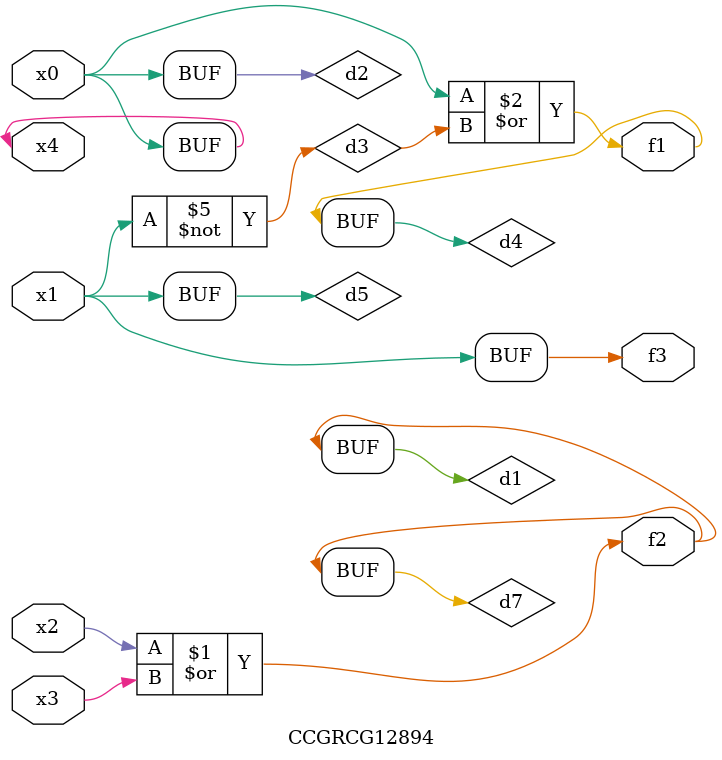
<source format=v>
module CCGRCG12894(
	input x0, x1, x2, x3, x4,
	output f1, f2, f3
);

	wire d1, d2, d3, d4, d5, d6, d7;

	or (d1, x2, x3);
	buf (d2, x0, x4);
	not (d3, x1);
	or (d4, d2, d3);
	not (d5, d3);
	nand (d6, d1, d3);
	or (d7, d1);
	assign f1 = d4;
	assign f2 = d7;
	assign f3 = d5;
endmodule

</source>
